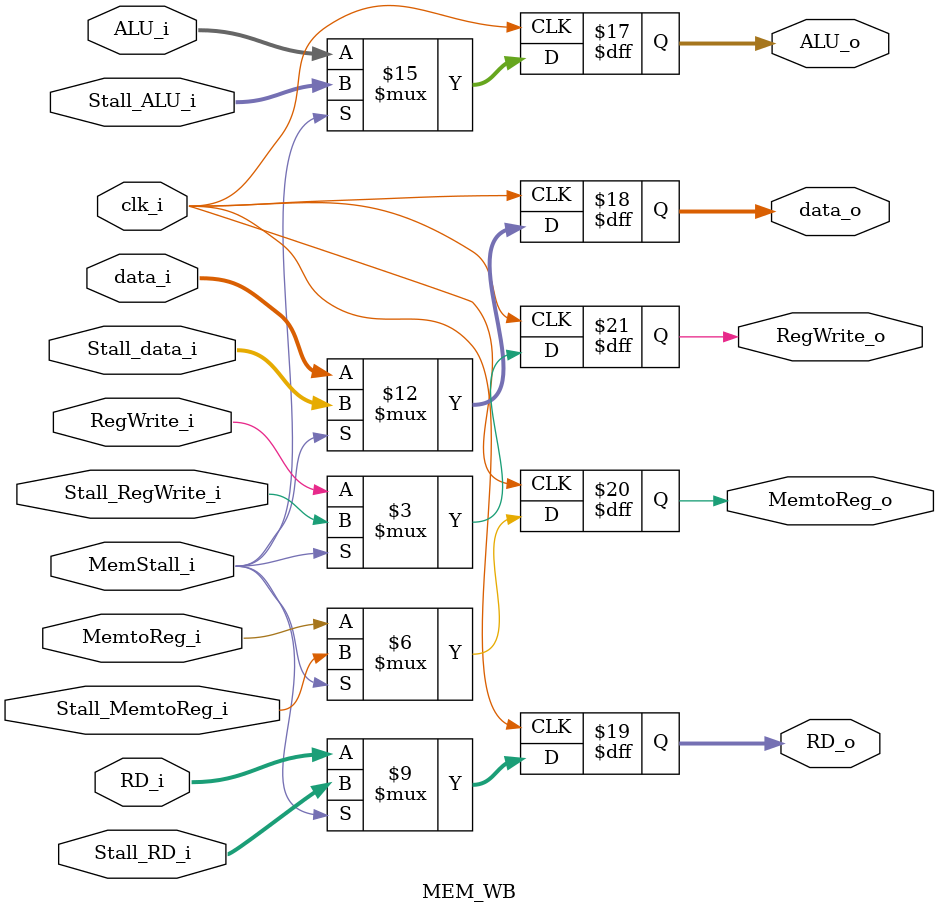
<source format=v>
module MEM_WB
(
    input            clk_i,
    input   [31:0]   ALU_i,
    input   [31:0]   data_i,
    input   [4:0]    RD_i,
    input            MemtoReg_i,
    input            RegWrite_i,
    input            MemStall_i,
    input   [31:0]   Stall_ALU_i,
    input   [31:0]   Stall_data_i,
    input   [4:0]    Stall_RD_i,
    input            Stall_MemtoReg_i,
    input            Stall_RegWrite_i,
    output  [31:0]   ALU_o,
    output  [31:0]   data_o,
    output  [4:0]    RD_o,
    output           MemtoReg_o,
    output           RegWrite_o
);

reg     [31:0]     ALU_o, data_o;
reg     [4:0]      RD_o;
reg                MemtoReg_o, RegWrite_o;

always @ (posedge clk_i) begin
    if(MemStall_i) begin
        ALU_o <= Stall_ALU_i;
        data_o <= Stall_data_i;
        RD_o <= Stall_RD_i;
        MemtoReg_o <= Stall_MemtoReg_i;
        RegWrite_o <= Stall_RegWrite_i;
    end
    else begin
        ALU_o <= ALU_i;
        data_o <= data_i;
        RD_o <= RD_i;
        MemtoReg_o <= MemtoReg_i;
        RegWrite_o <= RegWrite_i;
    end
end

endmodule
</source>
